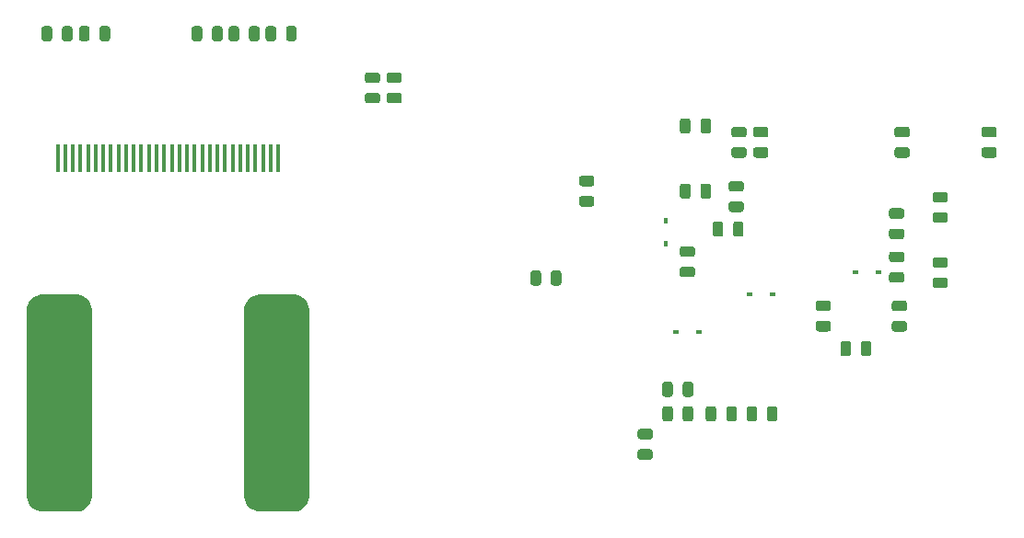
<source format=gbr>
%TF.GenerationSoftware,KiCad,Pcbnew,(5.99.0-2671-gfc0a358ba)*%
%TF.CreationDate,2020-08-29T02:36:00+05:30*%
%TF.ProjectId,Power_Supply,506f7765-725f-4537-9570-706c792e6b69,rev?*%
%TF.SameCoordinates,Original*%
%TF.FileFunction,Paste,Bot*%
%TF.FilePolarity,Positive*%
%FSLAX46Y46*%
G04 Gerber Fmt 4.6, Leading zero omitted, Abs format (unit mm)*
G04 Created by KiCad (PCBNEW (5.99.0-2671-gfc0a358ba)) date 2020-08-29 02:36:00*
%MOMM*%
%LPD*%
G01*
G04 APERTURE LIST*
%ADD10R,0.450000X0.600000*%
%ADD11R,0.400000X2.500000*%
%ADD12R,0.600000X0.450000*%
G04 APERTURE END LIST*
D10*
%TO.C,D7*%
X77750000Y-32200000D03*
X77750000Y-34300000D03*
%TD*%
D11*
%TO.C,U10*%
X21850000Y-26500000D03*
X22550000Y-26500000D03*
X23250000Y-26500000D03*
X23950000Y-26500000D03*
X24650000Y-26500000D03*
X25350000Y-26500000D03*
X26050000Y-26500000D03*
X26750000Y-26500000D03*
X27450000Y-26500000D03*
X28150000Y-26500000D03*
X28850000Y-26500000D03*
X29550000Y-26500000D03*
X30250000Y-26500000D03*
X30950000Y-26500000D03*
X31650000Y-26500000D03*
X32350000Y-26500000D03*
X33050000Y-26500000D03*
X33750000Y-26500000D03*
X34450000Y-26500000D03*
X35150000Y-26500000D03*
X35850000Y-26500000D03*
X36550000Y-26500000D03*
X37250000Y-26500000D03*
X37950000Y-26500000D03*
X38650000Y-26500000D03*
X39350000Y-26500000D03*
X40050000Y-26500000D03*
X40750000Y-26500000D03*
X41450000Y-26500000D03*
X42150000Y-26500000D03*
%TD*%
%TO.C,J3*%
G36*
X23737086Y-39014659D02*
G01*
X23973039Y-39072816D01*
X24196608Y-39168070D01*
X24402002Y-39297953D01*
X24583901Y-39459102D01*
X24737595Y-39647342D01*
X24859103Y-39857799D01*
X24945277Y-40085022D01*
X24993886Y-40323126D01*
X25000000Y-40424201D01*
X25000000Y-57555506D01*
X24985341Y-57737086D01*
X24927184Y-57973039D01*
X24831930Y-58196608D01*
X24702047Y-58402002D01*
X24540898Y-58583901D01*
X24352658Y-58737595D01*
X24142201Y-58859103D01*
X23914978Y-58945277D01*
X23676874Y-58993886D01*
X23575799Y-59000000D01*
X20444494Y-59000000D01*
X20262914Y-58985341D01*
X20026961Y-58927184D01*
X19803392Y-58831930D01*
X19597998Y-58702047D01*
X19416099Y-58540898D01*
X19262405Y-58352658D01*
X19140897Y-58142201D01*
X19054723Y-57914978D01*
X19006114Y-57676874D01*
X19000000Y-57575799D01*
X19000000Y-40444494D01*
X19014659Y-40262914D01*
X19072816Y-40026961D01*
X19168070Y-39803392D01*
X19297953Y-39597998D01*
X19459102Y-39416099D01*
X19647342Y-39262405D01*
X19857799Y-39140897D01*
X20085022Y-39054723D01*
X20323126Y-39006114D01*
X20424201Y-39000000D01*
X23555506Y-39000000D01*
X23737086Y-39014659D01*
G37*
%TD*%
%TO.C,J2*%
G36*
X43737086Y-39014659D02*
G01*
X43973039Y-39072816D01*
X44196608Y-39168070D01*
X44402002Y-39297953D01*
X44583901Y-39459102D01*
X44737595Y-39647342D01*
X44859103Y-39857799D01*
X44945277Y-40085022D01*
X44993886Y-40323126D01*
X45000000Y-40424201D01*
X45000000Y-57555506D01*
X44985341Y-57737086D01*
X44927184Y-57973039D01*
X44831930Y-58196608D01*
X44702047Y-58402002D01*
X44540898Y-58583901D01*
X44352658Y-58737595D01*
X44142201Y-58859103D01*
X43914978Y-58945277D01*
X43676874Y-58993886D01*
X43575799Y-59000000D01*
X40444494Y-59000000D01*
X40262914Y-58985341D01*
X40026961Y-58927184D01*
X39803392Y-58831930D01*
X39597998Y-58702047D01*
X39416099Y-58540898D01*
X39262405Y-58352658D01*
X39140897Y-58142201D01*
X39054723Y-57914978D01*
X39006114Y-57676874D01*
X39000000Y-57575799D01*
X39000000Y-40444494D01*
X39014659Y-40262914D01*
X39072816Y-40026961D01*
X39168070Y-39803392D01*
X39297953Y-39597998D01*
X39459102Y-39416099D01*
X39647342Y-39262405D01*
X39857799Y-39140897D01*
X40085022Y-39054723D01*
X40323126Y-39006114D01*
X40424201Y-39000000D01*
X43555506Y-39000000D01*
X43737086Y-39014659D01*
G37*
%TD*%
%TO.C,C32*%
G36*
G01*
X37575000Y-15456250D02*
X37575000Y-14543750D01*
G75*
G02*
X37818750Y-14300000I243750J0D01*
G01*
X38306250Y-14300000D01*
G75*
G02*
X38550000Y-14543750I0J-243750D01*
G01*
X38550000Y-15456250D01*
G75*
G02*
X38306250Y-15700000I-243750J0D01*
G01*
X37818750Y-15700000D01*
G75*
G02*
X37575000Y-15456250I0J243750D01*
G01*
G37*
G36*
G01*
X39450000Y-15456250D02*
X39450000Y-14543750D01*
G75*
G02*
X39693750Y-14300000I243750J0D01*
G01*
X40181250Y-14300000D01*
G75*
G02*
X40425000Y-14543750I0J-243750D01*
G01*
X40425000Y-15456250D01*
G75*
G02*
X40181250Y-15700000I-243750J0D01*
G01*
X39693750Y-15700000D01*
G75*
G02*
X39450000Y-15456250I0J243750D01*
G01*
G37*
%TD*%
D12*
%TO.C,D6*%
X78700000Y-42500000D03*
X80800000Y-42500000D03*
%TD*%
%TO.C,R14*%
G36*
G01*
X53256250Y-21425000D02*
X52343750Y-21425000D01*
G75*
G02*
X52100000Y-21181250I0J243750D01*
G01*
X52100000Y-20693750D01*
G75*
G02*
X52343750Y-20450000I243750J0D01*
G01*
X53256250Y-20450000D01*
G75*
G02*
X53500000Y-20693750I0J-243750D01*
G01*
X53500000Y-21181250D01*
G75*
G02*
X53256250Y-21425000I-243750J0D01*
G01*
G37*
G36*
G01*
X53256250Y-19550000D02*
X52343750Y-19550000D01*
G75*
G02*
X52100000Y-19306250I0J243750D01*
G01*
X52100000Y-18818750D01*
G75*
G02*
X52343750Y-18575000I243750J0D01*
G01*
X53256250Y-18575000D01*
G75*
G02*
X53500000Y-18818750I0J-243750D01*
G01*
X53500000Y-19306250D01*
G75*
G02*
X53256250Y-19550000I-243750J0D01*
G01*
G37*
%TD*%
%TO.C,C3*%
G36*
G01*
X96675000Y-43543750D02*
X96675000Y-44456250D01*
G75*
G02*
X96431250Y-44700000I-243750J0D01*
G01*
X95943750Y-44700000D01*
G75*
G02*
X95700000Y-44456250I0J243750D01*
G01*
X95700000Y-43543750D01*
G75*
G02*
X95943750Y-43300000I243750J0D01*
G01*
X96431250Y-43300000D01*
G75*
G02*
X96675000Y-43543750I0J-243750D01*
G01*
G37*
G36*
G01*
X94800000Y-43543750D02*
X94800000Y-44456250D01*
G75*
G02*
X94556250Y-44700000I-243750J0D01*
G01*
X94068750Y-44700000D01*
G75*
G02*
X93825000Y-44456250I0J243750D01*
G01*
X93825000Y-43543750D01*
G75*
G02*
X94068750Y-43300000I243750J0D01*
G01*
X94556250Y-43300000D01*
G75*
G02*
X94800000Y-43543750I0J-243750D01*
G01*
G37*
%TD*%
%TO.C,C8*%
G36*
G01*
X81445000Y-50456250D02*
X81445000Y-49543750D01*
G75*
G02*
X81688750Y-49300000I243750J0D01*
G01*
X82176250Y-49300000D01*
G75*
G02*
X82420000Y-49543750I0J-243750D01*
G01*
X82420000Y-50456250D01*
G75*
G02*
X82176250Y-50700000I-243750J0D01*
G01*
X81688750Y-50700000D01*
G75*
G02*
X81445000Y-50456250I0J243750D01*
G01*
G37*
G36*
G01*
X83320000Y-50456250D02*
X83320000Y-49543750D01*
G75*
G02*
X83563750Y-49300000I243750J0D01*
G01*
X84051250Y-49300000D01*
G75*
G02*
X84295000Y-49543750I0J-243750D01*
G01*
X84295000Y-50456250D01*
G75*
G02*
X84051250Y-50700000I-243750J0D01*
G01*
X83563750Y-50700000D01*
G75*
G02*
X83320000Y-50456250I0J243750D01*
G01*
G37*
%TD*%
%TO.C,C2*%
G36*
G01*
X98543750Y-31075000D02*
X99456250Y-31075000D01*
G75*
G02*
X99700000Y-31318750I0J-243750D01*
G01*
X99700000Y-31806250D01*
G75*
G02*
X99456250Y-32050000I-243750J0D01*
G01*
X98543750Y-32050000D01*
G75*
G02*
X98300000Y-31806250I0J243750D01*
G01*
X98300000Y-31318750D01*
G75*
G02*
X98543750Y-31075000I243750J0D01*
G01*
G37*
G36*
G01*
X98543750Y-32950000D02*
X99456250Y-32950000D01*
G75*
G02*
X99700000Y-33193750I0J-243750D01*
G01*
X99700000Y-33681250D01*
G75*
G02*
X99456250Y-33925000I-243750J0D01*
G01*
X98543750Y-33925000D01*
G75*
G02*
X98300000Y-33681250I0J243750D01*
G01*
X98300000Y-33193750D01*
G75*
G02*
X98543750Y-32950000I243750J0D01*
G01*
G37*
%TD*%
%TO.C,R11*%
G36*
G01*
X102543750Y-29575000D02*
X103456250Y-29575000D01*
G75*
G02*
X103700000Y-29818750I0J-243750D01*
G01*
X103700000Y-30306250D01*
G75*
G02*
X103456250Y-30550000I-243750J0D01*
G01*
X102543750Y-30550000D01*
G75*
G02*
X102300000Y-30306250I0J243750D01*
G01*
X102300000Y-29818750D01*
G75*
G02*
X102543750Y-29575000I243750J0D01*
G01*
G37*
G36*
G01*
X102543750Y-31450000D02*
X103456250Y-31450000D01*
G75*
G02*
X103700000Y-31693750I0J-243750D01*
G01*
X103700000Y-32181250D01*
G75*
G02*
X103456250Y-32425000I-243750J0D01*
G01*
X102543750Y-32425000D01*
G75*
G02*
X102300000Y-32181250I0J243750D01*
G01*
X102300000Y-31693750D01*
G75*
G02*
X102543750Y-31450000I243750J0D01*
G01*
G37*
%TD*%
%TO.C,D8*%
X95200000Y-37000000D03*
X97300000Y-37000000D03*
%TD*%
%TO.C,R4*%
G36*
G01*
X103456250Y-38425000D02*
X102543750Y-38425000D01*
G75*
G02*
X102300000Y-38181250I0J243750D01*
G01*
X102300000Y-37693750D01*
G75*
G02*
X102543750Y-37450000I243750J0D01*
G01*
X103456250Y-37450000D01*
G75*
G02*
X103700000Y-37693750I0J-243750D01*
G01*
X103700000Y-38181250D01*
G75*
G02*
X103456250Y-38425000I-243750J0D01*
G01*
G37*
G36*
G01*
X103456250Y-36550000D02*
X102543750Y-36550000D01*
G75*
G02*
X102300000Y-36306250I0J243750D01*
G01*
X102300000Y-35818750D01*
G75*
G02*
X102543750Y-35575000I243750J0D01*
G01*
X103456250Y-35575000D01*
G75*
G02*
X103700000Y-35818750I0J-243750D01*
G01*
X103700000Y-36306250D01*
G75*
G02*
X103456250Y-36550000I-243750J0D01*
G01*
G37*
%TD*%
%TO.C,C34*%
G36*
G01*
X43825000Y-14543750D02*
X43825000Y-15456250D01*
G75*
G02*
X43581250Y-15700000I-243750J0D01*
G01*
X43093750Y-15700000D01*
G75*
G02*
X42850000Y-15456250I0J243750D01*
G01*
X42850000Y-14543750D01*
G75*
G02*
X43093750Y-14300000I243750J0D01*
G01*
X43581250Y-14300000D01*
G75*
G02*
X43825000Y-14543750I0J-243750D01*
G01*
G37*
G36*
G01*
X41950000Y-14543750D02*
X41950000Y-15456250D01*
G75*
G02*
X41706250Y-15700000I-243750J0D01*
G01*
X41218750Y-15700000D01*
G75*
G02*
X40975000Y-15456250I0J243750D01*
G01*
X40975000Y-14543750D01*
G75*
G02*
X41218750Y-14300000I243750J0D01*
G01*
X41706250Y-14300000D01*
G75*
G02*
X41950000Y-14543750I0J-243750D01*
G01*
G37*
%TD*%
%TO.C,D5*%
X85450000Y-39000000D03*
X87550000Y-39000000D03*
%TD*%
%TO.C,C15*%
G36*
G01*
X79293750Y-34575000D02*
X80206250Y-34575000D01*
G75*
G02*
X80450000Y-34818750I0J-243750D01*
G01*
X80450000Y-35306250D01*
G75*
G02*
X80206250Y-35550000I-243750J0D01*
G01*
X79293750Y-35550000D01*
G75*
G02*
X79050000Y-35306250I0J243750D01*
G01*
X79050000Y-34818750D01*
G75*
G02*
X79293750Y-34575000I243750J0D01*
G01*
G37*
G36*
G01*
X79293750Y-36450000D02*
X80206250Y-36450000D01*
G75*
G02*
X80450000Y-36693750I0J-243750D01*
G01*
X80450000Y-37181250D01*
G75*
G02*
X80206250Y-37425000I-243750J0D01*
G01*
X79293750Y-37425000D01*
G75*
G02*
X79050000Y-37181250I0J243750D01*
G01*
X79050000Y-36693750D01*
G75*
G02*
X79293750Y-36450000I243750J0D01*
G01*
G37*
%TD*%
%TO.C,C31*%
G36*
G01*
X23825000Y-15456250D02*
X23825000Y-14543750D01*
G75*
G02*
X24068750Y-14300000I243750J0D01*
G01*
X24556250Y-14300000D01*
G75*
G02*
X24800000Y-14543750I0J-243750D01*
G01*
X24800000Y-15456250D01*
G75*
G02*
X24556250Y-15700000I-243750J0D01*
G01*
X24068750Y-15700000D01*
G75*
G02*
X23825000Y-15456250I0J243750D01*
G01*
G37*
G36*
G01*
X25700000Y-15456250D02*
X25700000Y-14543750D01*
G75*
G02*
X25943750Y-14300000I243750J0D01*
G01*
X26431250Y-14300000D01*
G75*
G02*
X26675000Y-14543750I0J-243750D01*
G01*
X26675000Y-15456250D01*
G75*
G02*
X26431250Y-15700000I-243750J0D01*
G01*
X25943750Y-15700000D01*
G75*
G02*
X25700000Y-15456250I0J243750D01*
G01*
G37*
%TD*%
%TO.C,C10*%
G36*
G01*
X99456250Y-37925000D02*
X98543750Y-37925000D01*
G75*
G02*
X98300000Y-37681250I0J243750D01*
G01*
X98300000Y-37193750D01*
G75*
G02*
X98543750Y-36950000I243750J0D01*
G01*
X99456250Y-36950000D01*
G75*
G02*
X99700000Y-37193750I0J-243750D01*
G01*
X99700000Y-37681250D01*
G75*
G02*
X99456250Y-37925000I-243750J0D01*
G01*
G37*
G36*
G01*
X99456250Y-36050000D02*
X98543750Y-36050000D01*
G75*
G02*
X98300000Y-35806250I0J243750D01*
G01*
X98300000Y-35318750D01*
G75*
G02*
X98543750Y-35075000I243750J0D01*
G01*
X99456250Y-35075000D01*
G75*
G02*
X99700000Y-35318750I0J-243750D01*
G01*
X99700000Y-35806250D01*
G75*
G02*
X99456250Y-36050000I-243750J0D01*
G01*
G37*
%TD*%
%TO.C,R5*%
G36*
G01*
X51256250Y-21425000D02*
X50343750Y-21425000D01*
G75*
G02*
X50100000Y-21181250I0J243750D01*
G01*
X50100000Y-20693750D01*
G75*
G02*
X50343750Y-20450000I243750J0D01*
G01*
X51256250Y-20450000D01*
G75*
G02*
X51500000Y-20693750I0J-243750D01*
G01*
X51500000Y-21181250D01*
G75*
G02*
X51256250Y-21425000I-243750J0D01*
G01*
G37*
G36*
G01*
X51256250Y-19550000D02*
X50343750Y-19550000D01*
G75*
G02*
X50100000Y-19306250I0J243750D01*
G01*
X50100000Y-18818750D01*
G75*
G02*
X50343750Y-18575000I243750J0D01*
G01*
X51256250Y-18575000D01*
G75*
G02*
X51500000Y-18818750I0J-243750D01*
G01*
X51500000Y-19306250D01*
G75*
G02*
X51256250Y-19550000I-243750J0D01*
G01*
G37*
%TD*%
%TO.C,C14*%
G36*
G01*
X75413750Y-51375000D02*
X76326250Y-51375000D01*
G75*
G02*
X76570000Y-51618750I0J-243750D01*
G01*
X76570000Y-52106250D01*
G75*
G02*
X76326250Y-52350000I-243750J0D01*
G01*
X75413750Y-52350000D01*
G75*
G02*
X75170000Y-52106250I0J243750D01*
G01*
X75170000Y-51618750D01*
G75*
G02*
X75413750Y-51375000I243750J0D01*
G01*
G37*
G36*
G01*
X75413750Y-53250000D02*
X76326250Y-53250000D01*
G75*
G02*
X76570000Y-53493750I0J-243750D01*
G01*
X76570000Y-53981250D01*
G75*
G02*
X76326250Y-54225000I-243750J0D01*
G01*
X75413750Y-54225000D01*
G75*
G02*
X75170000Y-53981250I0J243750D01*
G01*
X75170000Y-53493750D01*
G75*
G02*
X75413750Y-53250000I243750J0D01*
G01*
G37*
%TD*%
%TO.C,R2*%
G36*
G01*
X107043750Y-23575000D02*
X107956250Y-23575000D01*
G75*
G02*
X108200000Y-23818750I0J-243750D01*
G01*
X108200000Y-24306250D01*
G75*
G02*
X107956250Y-24550000I-243750J0D01*
G01*
X107043750Y-24550000D01*
G75*
G02*
X106800000Y-24306250I0J243750D01*
G01*
X106800000Y-23818750D01*
G75*
G02*
X107043750Y-23575000I243750J0D01*
G01*
G37*
G36*
G01*
X107043750Y-25450000D02*
X107956250Y-25450000D01*
G75*
G02*
X108200000Y-25693750I0J-243750D01*
G01*
X108200000Y-26181250D01*
G75*
G02*
X107956250Y-26425000I-243750J0D01*
G01*
X107043750Y-26425000D01*
G75*
G02*
X106800000Y-26181250I0J243750D01*
G01*
X106800000Y-25693750D01*
G75*
G02*
X107043750Y-25450000I243750J0D01*
G01*
G37*
%TD*%
%TO.C,R3*%
G36*
G01*
X99706250Y-42425000D02*
X98793750Y-42425000D01*
G75*
G02*
X98550000Y-42181250I0J243750D01*
G01*
X98550000Y-41693750D01*
G75*
G02*
X98793750Y-41450000I243750J0D01*
G01*
X99706250Y-41450000D01*
G75*
G02*
X99950000Y-41693750I0J-243750D01*
G01*
X99950000Y-42181250D01*
G75*
G02*
X99706250Y-42425000I-243750J0D01*
G01*
G37*
G36*
G01*
X99706250Y-40550000D02*
X98793750Y-40550000D01*
G75*
G02*
X98550000Y-40306250I0J243750D01*
G01*
X98550000Y-39818750D01*
G75*
G02*
X98793750Y-39575000I243750J0D01*
G01*
X99706250Y-39575000D01*
G75*
G02*
X99950000Y-39818750I0J-243750D01*
G01*
X99950000Y-40306250D01*
G75*
G02*
X99706250Y-40550000I-243750J0D01*
G01*
G37*
%TD*%
%TO.C,R12*%
G36*
G01*
X85195000Y-50456250D02*
X85195000Y-49543750D01*
G75*
G02*
X85438750Y-49300000I243750J0D01*
G01*
X85926250Y-49300000D01*
G75*
G02*
X86170000Y-49543750I0J-243750D01*
G01*
X86170000Y-50456250D01*
G75*
G02*
X85926250Y-50700000I-243750J0D01*
G01*
X85438750Y-50700000D01*
G75*
G02*
X85195000Y-50456250I0J243750D01*
G01*
G37*
G36*
G01*
X87070000Y-50456250D02*
X87070000Y-49543750D01*
G75*
G02*
X87313750Y-49300000I243750J0D01*
G01*
X87801250Y-49300000D01*
G75*
G02*
X88045000Y-49543750I0J-243750D01*
G01*
X88045000Y-50456250D01*
G75*
G02*
X87801250Y-50700000I-243750J0D01*
G01*
X87313750Y-50700000D01*
G75*
G02*
X87070000Y-50456250I0J243750D01*
G01*
G37*
%TD*%
%TO.C,C33*%
G36*
G01*
X23225000Y-14543750D02*
X23225000Y-15456250D01*
G75*
G02*
X22981250Y-15700000I-243750J0D01*
G01*
X22493750Y-15700000D01*
G75*
G02*
X22250000Y-15456250I0J243750D01*
G01*
X22250000Y-14543750D01*
G75*
G02*
X22493750Y-14300000I243750J0D01*
G01*
X22981250Y-14300000D01*
G75*
G02*
X23225000Y-14543750I0J-243750D01*
G01*
G37*
G36*
G01*
X21350000Y-14543750D02*
X21350000Y-15456250D01*
G75*
G02*
X21106250Y-15700000I-243750J0D01*
G01*
X20618750Y-15700000D01*
G75*
G02*
X20375000Y-15456250I0J243750D01*
G01*
X20375000Y-14543750D01*
G75*
G02*
X20618750Y-14300000I243750J0D01*
G01*
X21106250Y-14300000D01*
G75*
G02*
X21350000Y-14543750I0J-243750D01*
G01*
G37*
%TD*%
%TO.C,C22*%
G36*
G01*
X86043750Y-23575000D02*
X86956250Y-23575000D01*
G75*
G02*
X87200000Y-23818750I0J-243750D01*
G01*
X87200000Y-24306250D01*
G75*
G02*
X86956250Y-24550000I-243750J0D01*
G01*
X86043750Y-24550000D01*
G75*
G02*
X85800000Y-24306250I0J243750D01*
G01*
X85800000Y-23818750D01*
G75*
G02*
X86043750Y-23575000I243750J0D01*
G01*
G37*
G36*
G01*
X86043750Y-25450000D02*
X86956250Y-25450000D01*
G75*
G02*
X87200000Y-25693750I0J-243750D01*
G01*
X87200000Y-26181250D01*
G75*
G02*
X86956250Y-26425000I-243750J0D01*
G01*
X86043750Y-26425000D01*
G75*
G02*
X85800000Y-26181250I0J243750D01*
G01*
X85800000Y-25693750D01*
G75*
G02*
X86043750Y-25450000I243750J0D01*
G01*
G37*
%TD*%
%TO.C,C13*%
G36*
G01*
X77445000Y-50456250D02*
X77445000Y-49543750D01*
G75*
G02*
X77688750Y-49300000I243750J0D01*
G01*
X78176250Y-49300000D01*
G75*
G02*
X78420000Y-49543750I0J-243750D01*
G01*
X78420000Y-50456250D01*
G75*
G02*
X78176250Y-50700000I-243750J0D01*
G01*
X77688750Y-50700000D01*
G75*
G02*
X77445000Y-50456250I0J243750D01*
G01*
G37*
G36*
G01*
X79320000Y-50456250D02*
X79320000Y-49543750D01*
G75*
G02*
X79563750Y-49300000I243750J0D01*
G01*
X80051250Y-49300000D01*
G75*
G02*
X80295000Y-49543750I0J-243750D01*
G01*
X80295000Y-50456250D01*
G75*
G02*
X80051250Y-50700000I-243750J0D01*
G01*
X79563750Y-50700000D01*
G75*
G02*
X79320000Y-50456250I0J243750D01*
G01*
G37*
%TD*%
%TO.C,R1*%
G36*
G01*
X99043750Y-23575000D02*
X99956250Y-23575000D01*
G75*
G02*
X100200000Y-23818750I0J-243750D01*
G01*
X100200000Y-24306250D01*
G75*
G02*
X99956250Y-24550000I-243750J0D01*
G01*
X99043750Y-24550000D01*
G75*
G02*
X98800000Y-24306250I0J243750D01*
G01*
X98800000Y-23818750D01*
G75*
G02*
X99043750Y-23575000I243750J0D01*
G01*
G37*
G36*
G01*
X99043750Y-25450000D02*
X99956250Y-25450000D01*
G75*
G02*
X100200000Y-25693750I0J-243750D01*
G01*
X100200000Y-26181250D01*
G75*
G02*
X99956250Y-26425000I-243750J0D01*
G01*
X99043750Y-26425000D01*
G75*
G02*
X98800000Y-26181250I0J243750D01*
G01*
X98800000Y-25693750D01*
G75*
G02*
X99043750Y-25450000I243750J0D01*
G01*
G37*
%TD*%
%TO.C,C21*%
G36*
G01*
X70956250Y-30925000D02*
X70043750Y-30925000D01*
G75*
G02*
X69800000Y-30681250I0J243750D01*
G01*
X69800000Y-30193750D01*
G75*
G02*
X70043750Y-29950000I243750J0D01*
G01*
X70956250Y-29950000D01*
G75*
G02*
X71200000Y-30193750I0J-243750D01*
G01*
X71200000Y-30681250D01*
G75*
G02*
X70956250Y-30925000I-243750J0D01*
G01*
G37*
G36*
G01*
X70956250Y-29050000D02*
X70043750Y-29050000D01*
G75*
G02*
X69800000Y-28806250I0J243750D01*
G01*
X69800000Y-28318750D01*
G75*
G02*
X70043750Y-28075000I243750J0D01*
G01*
X70956250Y-28075000D01*
G75*
G02*
X71200000Y-28318750I0J-243750D01*
G01*
X71200000Y-28806250D01*
G75*
G02*
X70956250Y-29050000I-243750J0D01*
G01*
G37*
%TD*%
%TO.C,C19*%
G36*
G01*
X68175000Y-37043750D02*
X68175000Y-37956250D01*
G75*
G02*
X67931250Y-38200000I-243750J0D01*
G01*
X67443750Y-38200000D01*
G75*
G02*
X67200000Y-37956250I0J243750D01*
G01*
X67200000Y-37043750D01*
G75*
G02*
X67443750Y-36800000I243750J0D01*
G01*
X67931250Y-36800000D01*
G75*
G02*
X68175000Y-37043750I0J-243750D01*
G01*
G37*
G36*
G01*
X66300000Y-37043750D02*
X66300000Y-37956250D01*
G75*
G02*
X66056250Y-38200000I-243750J0D01*
G01*
X65568750Y-38200000D01*
G75*
G02*
X65325000Y-37956250I0J243750D01*
G01*
X65325000Y-37043750D01*
G75*
G02*
X65568750Y-36800000I243750J0D01*
G01*
X66056250Y-36800000D01*
G75*
G02*
X66300000Y-37043750I0J-243750D01*
G01*
G37*
%TD*%
%TO.C,C24*%
G36*
G01*
X81925000Y-23043750D02*
X81925000Y-23956250D01*
G75*
G02*
X81681250Y-24200000I-243750J0D01*
G01*
X81193750Y-24200000D01*
G75*
G02*
X80950000Y-23956250I0J243750D01*
G01*
X80950000Y-23043750D01*
G75*
G02*
X81193750Y-22800000I243750J0D01*
G01*
X81681250Y-22800000D01*
G75*
G02*
X81925000Y-23043750I0J-243750D01*
G01*
G37*
G36*
G01*
X80050000Y-23043750D02*
X80050000Y-23956250D01*
G75*
G02*
X79806250Y-24200000I-243750J0D01*
G01*
X79318750Y-24200000D01*
G75*
G02*
X79075000Y-23956250I0J243750D01*
G01*
X79075000Y-23043750D01*
G75*
G02*
X79318750Y-22800000I243750J0D01*
G01*
X79806250Y-22800000D01*
G75*
G02*
X80050000Y-23043750I0J-243750D01*
G01*
G37*
%TD*%
%TO.C,R15*%
G36*
G01*
X34175000Y-15456250D02*
X34175000Y-14543750D01*
G75*
G02*
X34418750Y-14300000I243750J0D01*
G01*
X34906250Y-14300000D01*
G75*
G02*
X35150000Y-14543750I0J-243750D01*
G01*
X35150000Y-15456250D01*
G75*
G02*
X34906250Y-15700000I-243750J0D01*
G01*
X34418750Y-15700000D01*
G75*
G02*
X34175000Y-15456250I0J243750D01*
G01*
G37*
G36*
G01*
X36050000Y-15456250D02*
X36050000Y-14543750D01*
G75*
G02*
X36293750Y-14300000I243750J0D01*
G01*
X36781250Y-14300000D01*
G75*
G02*
X37025000Y-14543750I0J-243750D01*
G01*
X37025000Y-15456250D01*
G75*
G02*
X36781250Y-15700000I-243750J0D01*
G01*
X36293750Y-15700000D01*
G75*
G02*
X36050000Y-15456250I0J243750D01*
G01*
G37*
%TD*%
%TO.C,R7*%
G36*
G01*
X80295000Y-47293750D02*
X80295000Y-48206250D01*
G75*
G02*
X80051250Y-48450000I-243750J0D01*
G01*
X79563750Y-48450000D01*
G75*
G02*
X79320000Y-48206250I0J243750D01*
G01*
X79320000Y-47293750D01*
G75*
G02*
X79563750Y-47050000I243750J0D01*
G01*
X80051250Y-47050000D01*
G75*
G02*
X80295000Y-47293750I0J-243750D01*
G01*
G37*
G36*
G01*
X78420000Y-47293750D02*
X78420000Y-48206250D01*
G75*
G02*
X78176250Y-48450000I-243750J0D01*
G01*
X77688750Y-48450000D01*
G75*
G02*
X77445000Y-48206250I0J243750D01*
G01*
X77445000Y-47293750D01*
G75*
G02*
X77688750Y-47050000I243750J0D01*
G01*
X78176250Y-47050000D01*
G75*
G02*
X78420000Y-47293750I0J-243750D01*
G01*
G37*
%TD*%
%TO.C,C26*%
G36*
G01*
X79075000Y-29956250D02*
X79075000Y-29043750D01*
G75*
G02*
X79318750Y-28800000I243750J0D01*
G01*
X79806250Y-28800000D01*
G75*
G02*
X80050000Y-29043750I0J-243750D01*
G01*
X80050000Y-29956250D01*
G75*
G02*
X79806250Y-30200000I-243750J0D01*
G01*
X79318750Y-30200000D01*
G75*
G02*
X79075000Y-29956250I0J243750D01*
G01*
G37*
G36*
G01*
X80950000Y-29956250D02*
X80950000Y-29043750D01*
G75*
G02*
X81193750Y-28800000I243750J0D01*
G01*
X81681250Y-28800000D01*
G75*
G02*
X81925000Y-29043750I0J-243750D01*
G01*
X81925000Y-29956250D01*
G75*
G02*
X81681250Y-30200000I-243750J0D01*
G01*
X81193750Y-30200000D01*
G75*
G02*
X80950000Y-29956250I0J243750D01*
G01*
G37*
%TD*%
%TO.C,C17*%
G36*
G01*
X82075000Y-33456250D02*
X82075000Y-32543750D01*
G75*
G02*
X82318750Y-32300000I243750J0D01*
G01*
X82806250Y-32300000D01*
G75*
G02*
X83050000Y-32543750I0J-243750D01*
G01*
X83050000Y-33456250D01*
G75*
G02*
X82806250Y-33700000I-243750J0D01*
G01*
X82318750Y-33700000D01*
G75*
G02*
X82075000Y-33456250I0J243750D01*
G01*
G37*
G36*
G01*
X83950000Y-33456250D02*
X83950000Y-32543750D01*
G75*
G02*
X84193750Y-32300000I243750J0D01*
G01*
X84681250Y-32300000D01*
G75*
G02*
X84925000Y-32543750I0J-243750D01*
G01*
X84925000Y-33456250D01*
G75*
G02*
X84681250Y-33700000I-243750J0D01*
G01*
X84193750Y-33700000D01*
G75*
G02*
X83950000Y-33456250I0J243750D01*
G01*
G37*
%TD*%
%TO.C,C11*%
G36*
G01*
X92706250Y-42425000D02*
X91793750Y-42425000D01*
G75*
G02*
X91550000Y-42181250I0J243750D01*
G01*
X91550000Y-41693750D01*
G75*
G02*
X91793750Y-41450000I243750J0D01*
G01*
X92706250Y-41450000D01*
G75*
G02*
X92950000Y-41693750I0J-243750D01*
G01*
X92950000Y-42181250D01*
G75*
G02*
X92706250Y-42425000I-243750J0D01*
G01*
G37*
G36*
G01*
X92706250Y-40550000D02*
X91793750Y-40550000D01*
G75*
G02*
X91550000Y-40306250I0J243750D01*
G01*
X91550000Y-39818750D01*
G75*
G02*
X91793750Y-39575000I243750J0D01*
G01*
X92706250Y-39575000D01*
G75*
G02*
X92950000Y-39818750I0J-243750D01*
G01*
X92950000Y-40306250D01*
G75*
G02*
X92706250Y-40550000I-243750J0D01*
G01*
G37*
%TD*%
%TO.C,C23*%
G36*
G01*
X84956250Y-26425000D02*
X84043750Y-26425000D01*
G75*
G02*
X83800000Y-26181250I0J243750D01*
G01*
X83800000Y-25693750D01*
G75*
G02*
X84043750Y-25450000I243750J0D01*
G01*
X84956250Y-25450000D01*
G75*
G02*
X85200000Y-25693750I0J-243750D01*
G01*
X85200000Y-26181250D01*
G75*
G02*
X84956250Y-26425000I-243750J0D01*
G01*
G37*
G36*
G01*
X84956250Y-24550000D02*
X84043750Y-24550000D01*
G75*
G02*
X83800000Y-24306250I0J243750D01*
G01*
X83800000Y-23818750D01*
G75*
G02*
X84043750Y-23575000I243750J0D01*
G01*
X84956250Y-23575000D01*
G75*
G02*
X85200000Y-23818750I0J-243750D01*
G01*
X85200000Y-24306250D01*
G75*
G02*
X84956250Y-24550000I-243750J0D01*
G01*
G37*
%TD*%
%TO.C,C9*%
G36*
G01*
X83793750Y-28575000D02*
X84706250Y-28575000D01*
G75*
G02*
X84950000Y-28818750I0J-243750D01*
G01*
X84950000Y-29306250D01*
G75*
G02*
X84706250Y-29550000I-243750J0D01*
G01*
X83793750Y-29550000D01*
G75*
G02*
X83550000Y-29306250I0J243750D01*
G01*
X83550000Y-28818750D01*
G75*
G02*
X83793750Y-28575000I243750J0D01*
G01*
G37*
G36*
G01*
X83793750Y-30450000D02*
X84706250Y-30450000D01*
G75*
G02*
X84950000Y-30693750I0J-243750D01*
G01*
X84950000Y-31181250D01*
G75*
G02*
X84706250Y-31425000I-243750J0D01*
G01*
X83793750Y-31425000D01*
G75*
G02*
X83550000Y-31181250I0J243750D01*
G01*
X83550000Y-30693750D01*
G75*
G02*
X83793750Y-30450000I243750J0D01*
G01*
G37*
%TD*%
M02*

</source>
